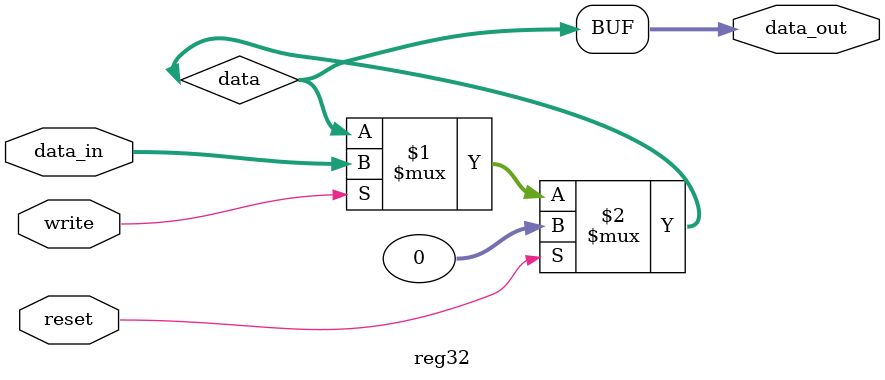
<source format=v>
module reg32 (
    input write,
    input reset,
    input wire [31:0] data_in,
    output wire [31:0] data_out
    );

    reg [31:0] data;
    assign data = {reset?0:{ write ? data_in:data}};
    assign data_out = data;
 
endmodule

</source>
